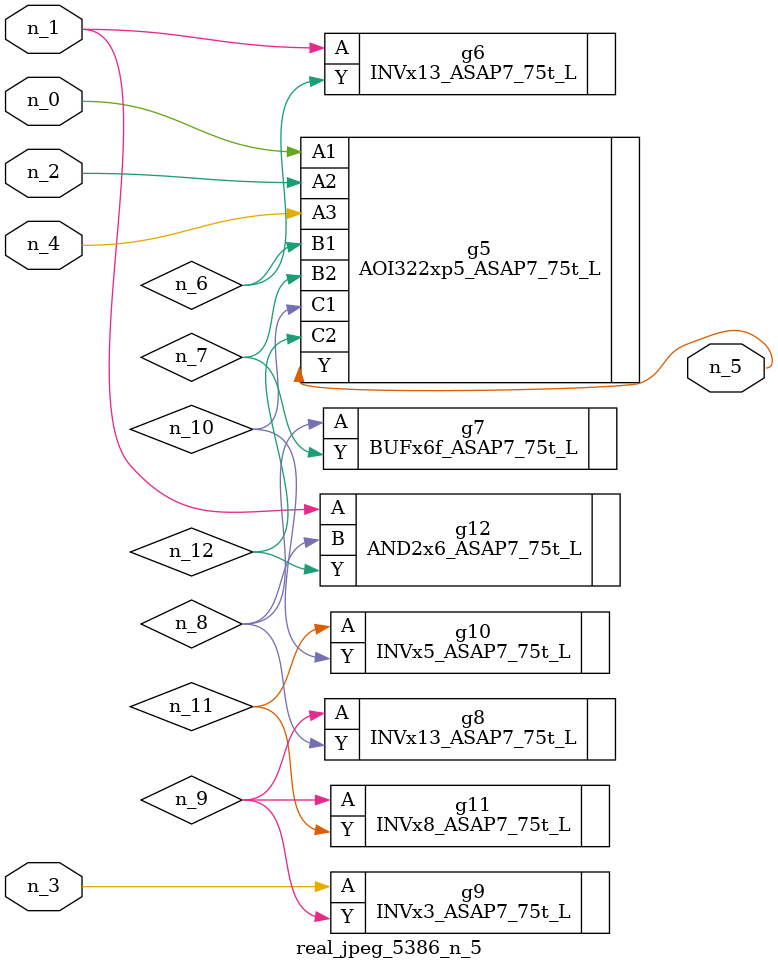
<source format=v>
module real_jpeg_5386_n_5 (n_4, n_0, n_1, n_2, n_3, n_5);

input n_4;
input n_0;
input n_1;
input n_2;
input n_3;

output n_5;

wire n_12;
wire n_8;
wire n_11;
wire n_6;
wire n_7;
wire n_10;
wire n_9;

AOI322xp5_ASAP7_75t_L g5 ( 
.A1(n_0),
.A2(n_2),
.A3(n_4),
.B1(n_6),
.B2(n_7),
.C1(n_10),
.C2(n_12),
.Y(n_5)
);

INVx13_ASAP7_75t_L g6 ( 
.A(n_1),
.Y(n_6)
);

AND2x6_ASAP7_75t_L g12 ( 
.A(n_1),
.B(n_8),
.Y(n_12)
);

INVx3_ASAP7_75t_L g9 ( 
.A(n_3),
.Y(n_9)
);

BUFx6f_ASAP7_75t_L g7 ( 
.A(n_8),
.Y(n_7)
);

INVx13_ASAP7_75t_L g8 ( 
.A(n_9),
.Y(n_8)
);

INVx8_ASAP7_75t_L g11 ( 
.A(n_9),
.Y(n_11)
);

INVx5_ASAP7_75t_L g10 ( 
.A(n_11),
.Y(n_10)
);


endmodule
</source>
